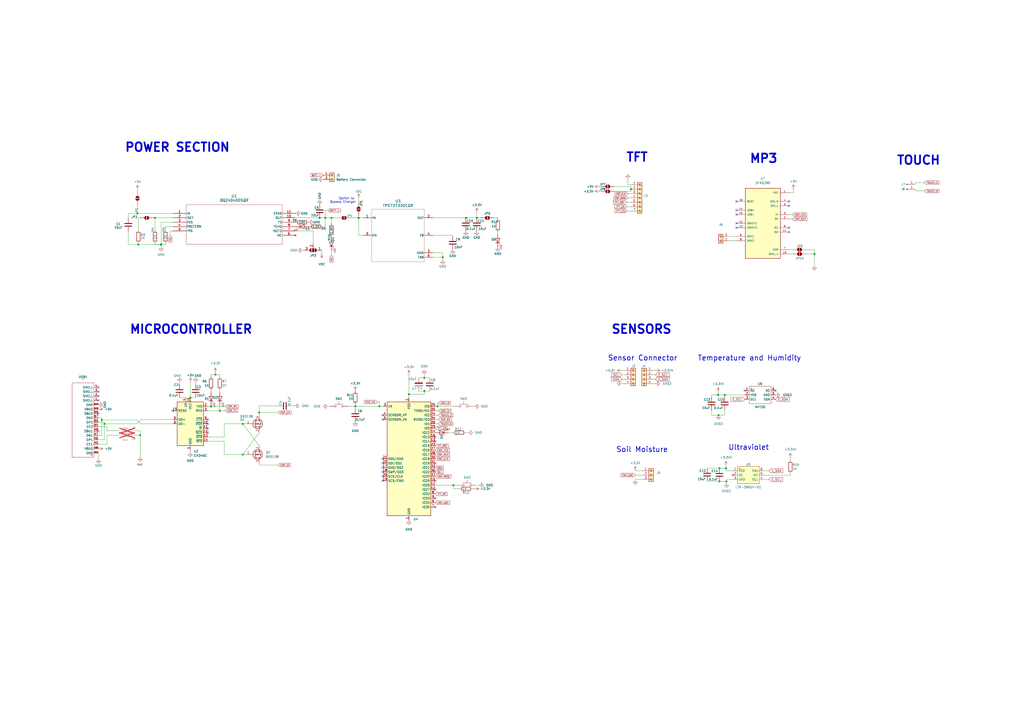
<source format=kicad_sch>
(kicad_sch (version 20250114) (generator "eeschema") (generator_version "9.0")
  (paper "A2")
  (text "Temperature and Humidity" (at 404.622 209.55 0) (effects (font (size 3 3) (thickness 0.375)) (justify left bottom)))
  (text "TOUCH" (at 519.938 96.012 0) (effects (font (size 5 5) (thickness 1) (bold yes)) (justify left bottom)))
  (text "SENSORS" (at 354.33 194.056 0) (effects (font (size 5 5) (thickness 1) (bold yes)) (justify left bottom)))
  (text "MICROCONTROLLER" (at 74.93 194.056 0) (effects (font (size 5 5) (thickness 1) (bold yes)) (justify left bottom)))
  (text "MP3" (at 434.594 94.996 0) (effects (font (size 5 5) (thickness 1) (bold yes)) (justify left bottom)))
  (text "Sensor Connector" (at 352.552 209.55 0) (effects (font (size 3 3) (thickness 0.375)) (justify left bottom)))
  (text "Soil Moisture" (at 357.378 262.636 0) (effects (font (size 3 3) (thickness 0.375)) (justify left bottom)))
  (text "TFT" (at 362.966 94.234 0) (effects (font (size 5 5) (thickness 1) (bold yes)) (justify left bottom)))
  (text "POWER SECTION" (at 72.136 88.5008 0) (effects (font (size 5 5) (thickness 1) (bold yes)) (justify left bottom)))
  (text "Option to \nBypass Charger" (at 206.502 116.205 0) (effects (font (size 1.27 1.27)) (justify right)))
  (text "Ultraviolet" (at 422.402 261.366 0) (effects (font (size 3 3) (thickness 0.375)) (justify left bottom)))
  (junction (at 59.0143 243.6477))
  (junction (at 192.278 126.3982))
  (junction (at 93.472 141.8966))
  (junction (at 256.794 149.225))
  (junction (at 276.606 126.365))
  (junction (at 246.126 219.202))
  (junction (at 263.0179 281.432))
  (junction (at 253.746 235.712))
  (junction (at 416.814 240.792))
  (junction (at 208.026 126.365))
  (junction (at 80.264 141.8408))
  (junction (at 89.916 126.365))
  (junction (at 93.472 141.8345))
  (junction (at 421.132 271.653))
  (junction (at 60.5659 245.8816))
  (junction (at 220.091 235.712))
  (junction (at 185.42 126.365))
  (junction (at 122.428 235.712))
  (junction (at 206.121 235.712))
  (junction (at 140.843 263.652))
  (junction (at 188.722 126.365))
  (junction (at 421.386 279.273))
  (junction (at 417.322 279.273))
  (junction (at 472.44 147.32))
  (junction (at 140.843 245.872))
  (junction (at 79.756 123.825))
  (junction (at 366.014 109.728))
  (junction (at 417.322 271.653))
  (junction (at 208.026 126.3982))
  (junction (at 246.126 226.822))
  (junction (at 93.472 141.8408))
  (junction (at 150.368 239.268))
  (junction (at 270.256 126.365))
  (junction (at 110.49 230.632))
  (junction (at 124.968 217.297))
  (junction (at 416.56 229.108))
  (junction (at 81.3195 252.4746))
  (junction (at 420.37 229.108))
  (junction (at 127.508 238.252))
  (junction (at 237.236 228.727))
  (no_connect (at 120.523 245.872))
  (no_connect (at 252.476 253.492))
  (no_connect (at 221.996 278.892))
  (no_connect (at 457.708 116.84))
  (no_connect (at 221.996 271.272))
  (no_connect (at 457.708 134.62))
  (no_connect (at 425.196 275.59))
  (no_connect (at 427.228 124.46))
  (no_connect (at 252.476 256.032))
  (no_connect (at 252.476 268.732))
  (no_connect (at 221.996 266.192))
  (no_connect (at 432.054 226.568))
  (no_connect (at 252.476 283.972))
  (no_connect (at 252.476 278.892))
  (no_connect (at 252.476 294.132))
  (no_connect (at 427.228 129.54))
  (no_connect (at 120.523 248.412))
  (no_connect (at 221.996 268.732))
  (no_connect (at 57.0394 239.9102))
  (no_connect (at 449.834 226.568))
  (no_connect (at 57.0394 229.7502))
  (no_connect (at 427.228 132.08))
  (no_connect (at 457.708 119.38))
  (no_connect (at 120.523 250.952))
  (no_connect (at 221.996 273.812))
  (no_connect (at 57.0394 250.0702))
  (no_connect (at 57.0394 224.6702))
  (no_connect (at 457.708 132.08))
  (no_connect (at 221.996 240.792))
  (no_connect (at 252.476 289.052))
  (no_connect (at 427.228 116.84))
  (no_connect (at 57.0394 227.2102))
  (no_connect (at 427.228 121.92))
  (no_connect (at 221.996 243.332))
  (no_connect (at 221.996 276.352))
  (no_connect (at 100.203 238.252))
  (no_connect (at 120.523 243.332))
  (no_connect (at 57.0394 232.2902))
  (wire (pts (xy 195.8001 126.3982) (xy 192.278 126.3982)))
  (wire (pts (xy 57.15 266.192) (xy 57.15 262.7702)))
  (wire (pts (xy 425.196 278.13) (xy 421.386 278.13)))
  (wire (pts (xy 458.47 274.574) (xy 458.47 275.59)))
  (wire (pts (xy 460.248 111.76) (xy 457.708 111.76)))
  (wire (pts (xy 410.21 271.526) (xy 417.322 271.526)))
  (wire (pts (xy 188.722 122.047) (xy 188.722 126.365)))
  (wire (pts (xy 110.363 261.112) (xy 110.363 262.382)))
  (wire (pts (xy 276.606 126.365) (xy 278.892 126.365)))
  (wire (pts (xy 252.476 281.432) (xy 263.0179 281.432)))
  (wire (pts (xy 266.6132 283.5183) (xy 263.0179 283.5183)))
  (wire (pts (xy 192.278 126.3982) (xy 192.278 129.667)))
  (wire (pts (xy 421.132 271.653) (xy 421.132 273.05)))
  (wire (pts (xy 208.026 136.525) (xy 208.026 126.3982)))
  (wire (pts (xy 169.037 235.458) (xy 170.942 235.458)))
  (wire (pts (xy 276.606 123.317) (xy 276.606 126.365)))
  (wire (pts (xy 275.336 235.712) (xy 274.066 235.712)))
  (wire (pts (xy 60.5659 244.9902) (xy 57.0394 244.9902)))
  (wire (pts (xy 150.368 235.458) (xy 150.368 239.268)))
  (wire (pts (xy 251.206 136.525) (xy 262.636 136.525)))
  (wire (pts (xy 95.4266 243.3594) (xy 81.6653 243.3594)))
  (wire (pts (xy 96.012 141.097) (xy 96.012 141.8345)))
  (wire (pts (xy 368.554 278.384) (xy 368.554 278.13)))
  (wire (pts (xy 74.422 141.8408) (xy 80.264 141.8408)))
  (wire (pts (xy 62.063 257.6902) (xy 62.063 252.4746)))
  (wire (pts (xy 190.246 235.712) (xy 191.516 235.712)))
  (wire (pts (xy 150.368 250.952) (xy 140.843 263.652)))
  (wire (pts (xy 95.4266 245.872) (xy 95.4266 245.8994)))
  (wire (pts (xy 57.0394 255.1502) (xy 60.5659 255.1502)))
  (wire (pts (xy 220.091 233.172) (xy 220.091 235.712)))
  (wire (pts (xy 96.012 131.445) (xy 96.012 133.477)))
  (wire (pts (xy 256.794 149.225) (xy 256.794 150.749)))
  (wire (pts (xy 360.68 214.884) (xy 362.204 214.884)))
  (wire (pts (xy 356.362 108.204) (xy 366.014 108.204)))
  (wire (pts (xy 252.476 240.792) (xy 254.254 240.792)))
  (wire (pts (xy 417.322 279.146) (xy 417.322 279.273)))
  (wire (pts (xy 420.37 229.108) (xy 420.37 230.251)))
  (wire (pts (xy 171.45 126.365) (xy 185.42 126.365)))
  (wire (pts (xy 104.14 230.632) (xy 107.823 230.632)))
  (wire (pts (xy 218.821 233.172) (xy 220.091 233.172)))
  (wire (pts (xy 120.523 253.492) (xy 130.048 253.492)))
  (wire (pts (xy 81.3195 252.4746) (xy 81.3195 265.1746)) (stroke (width 0.1524)))
  (wire (pts (xy 95.4266 243.332) (xy 95.4266 243.3594)))
  (wire (pts (xy 467.614 144.78) (xy 472.44 144.78)))
  (wire (pts (xy 93.472 141.8966) (xy 93.472 143.129)))
  (wire (pts (xy 421.386 278.13) (xy 421.386 279.273)))
  (wire (pts (xy 208.026 126.365) (xy 210.566 126.365)))
  (wire (pts (xy 364.236 114.808) (xy 366.014 114.808)))
  (wire (pts (xy 113.538 230.632) (xy 110.49 230.632)))
  (wire (pts (xy 368.554 275.59) (xy 372.618 275.59)))
  (wire (pts (xy 368.554 273.05) (xy 372.618 273.05)))
  (wire (pts (xy 242.951 219.202) (xy 246.126 219.202)))
  (wire (pts (xy 472.44 147.32) (xy 472.44 154.178)))
  (wire (pts (xy 380.238 219.964) (xy 378.714 219.964)))
  (wire (pts (xy 263.0179 281.432) (xy 265.8689 281.432)))
  (wire (pts (xy 59.0175 243.6445) (xy 59.0143 243.6477)))
  (wire (pts (xy 252.476 245.872) (xy 254.254 245.872)))
  (wire (pts (xy 380.238 222.504) (xy 378.714 222.504)))
  (wire (pts (xy 246.126 228.727) (xy 237.236 228.727)))
  (wire (pts (xy 80.264 141.097) (xy 80.264 141.8408)))
  (wire (pts (xy 423.164 137.16) (xy 427.228 137.16)))
  (wire (pts (xy 186.69 145.161) (xy 186.69 146.939)))
  (wire (pts (xy 150.368 258.572) (xy 140.843 245.872)))
  (wire (pts (xy 530.86 110.744) (xy 530.86 109.728)))
  (wire (pts (xy 276.0289 281.432) (xy 277.9457 281.432)))
  (wire (pts (xy 246.126 217.297) (xy 246.126 219.202)))
  (wire (pts (xy 192.278 126.365) (xy 192.278 126.3982)))
  (wire (pts (xy 81.6653 243.3594) (xy 79.1314 245.8933)))
  (wire (pts (xy 60.5776 245.8933) (xy 60.5659 245.8816)))
  (wire (pts (xy 62.063 247.5302) (xy 62.063 249.9346)))
  (wire (pts (xy 122.428 226.187) (xy 122.428 227.457)))
  (wire (pts (xy 366.014 109.728) (xy 366.014 110.998)))
  (wire (pts (xy 432.054 229.108) (xy 420.37 229.108)))
  (wire (pts (xy 364.236 112.268) (xy 366.014 112.268)))
  (wire (pts (xy 98.806 133.985) (xy 100.33 133.985)))
  (wire (pts (xy 457.708 144.78) (xy 459.994 144.78)))
  (wire (pts (xy 208.026 126.3982) (xy 208.026 126.365)))
  (wire (pts (xy 120.523 238.252) (xy 127.508 238.252)))
  (wire (pts (xy 206.121 234.442) (xy 206.121 235.712)))
  (wire (pts (xy 93.472 128.905) (xy 93.472 141.8345)))
  (wire (pts (xy 62.063 252.4746) (xy 68.6195 252.4746)))
  (wire (pts (xy 89.916 126.365) (xy 89.916 133.477)))
  (wire (pts (xy 140.843 263.652) (xy 142.748 263.652)))
  (wire (pts (xy 98.806 136.525) (xy 98.806 133.985)))
  (wire (pts (xy 417.322 271.653) (xy 421.132 271.653)))
  (wire (pts (xy 130.048 263.652) (xy 140.843 263.652)))
  (wire (pts (xy 360.68 222.504) (xy 362.204 222.504)))
  (wire (pts (xy 127.508 226.187) (xy 127.508 227.457)))
  (wire (pts (xy 530.86 105.918) (xy 530.86 106.934)))
  (wire (pts (xy 251.206 146.685) (xy 256.794 146.685)))
  (wire (pts (xy 417.322 271.526) (xy 417.322 271.653)))
  (wire (pts (xy 78.7795 249.9346) (xy 81.3195 249.9346)) (stroke (width 0.1524)))
  (wire (pts (xy 206.121 235.712) (xy 220.091 235.712)))
  (wire (pts (xy 254.381 233.807) (xy 253.746 233.807)))
  (wire (pts (xy 150.368 269.748) (xy 161.417 269.748)))
  (wire (pts (xy 237.236 217.297) (xy 237.236 228.727)))
  (wire (pts (xy 81.6044 245.8994) (xy 79.3495 243.6445)))
  (wire (pts (xy 192.278 145.415) (xy 192.278 148.209)))
  (wire (pts (xy 286.512 126.365) (xy 288.798 126.365)))
  (wire (pts (xy 59.0143 242.4502) (xy 57.0394 242.4502)))
  (wire (pts (xy 380.238 217.424) (xy 378.714 217.424)))
  (wire (pts (xy 242.951 226.822) (xy 246.126 226.822)))
  (wire (pts (xy 206.121 235.712) (xy 206.121 236.982)))
  (wire (pts (xy 150.368 239.268) (xy 161.417 239.268)))
  (wire (pts (xy 446.024 278.13) (xy 442.976 278.13)))
  (wire (pts (xy 446.024 273.05) (xy 442.976 273.05)))
  (wire (pts (xy 253.746 235.712) (xy 252.476 235.712)))
  (wire (pts (xy 237.236 228.727) (xy 237.236 230.632)))
  (wire (pts (xy 122.428 218.567) (xy 122.428 217.297)))
  (wire (pts (xy 420.37 229.108) (xy 416.56 229.108)))
  (wire (pts (xy 188.722 126.365) (xy 192.278 126.365)))
  (wire (pts (xy 181.61 133.985) (xy 171.45 133.985)))
  (wire (pts (xy 457.708 147.32) (xy 459.994 147.32)))
  (wire (pts (xy 57.0394 257.6902) (xy 62.063 257.6902)))
  (wire (pts (xy 95.4266 245.8994) (xy 81.6044 245.8994)))
  (wire (pts (xy 130.048 245.872) (xy 140.843 245.872)))
  (wire (pts (xy 104.14 221.742) (xy 104.14 223.012)))
  (wire (pts (xy 288.798 126.365) (xy 288.798 126.873)))
  (wire (pts (xy 246.126 226.822) (xy 246.126 228.727)))
  (wire (pts (xy 81.3195 249.9346) (xy 81.3195 252.4746)) (stroke (width 0.1524)))
  (wire (pts (xy 457.708 124.46) (xy 459.74 124.46)))
  (wire (pts (xy 363.728 119.888) (xy 366.014 119.888)))
  (wire (pts (xy 262.636 136.525) (xy 262.636 137.033)))
  (wire (pts (xy 347.726 108.204) (xy 348.742 108.204)))
  (wire (pts (xy 380.238 214.884) (xy 378.714 214.884)))
  (wire (pts (xy 127.508 235.077) (xy 127.508 238.252)))
  (wire (pts (xy 89.916 141.8966) (xy 93.472 141.8966)))
  (wire (pts (xy 251.206 149.225) (xy 256.794 149.225)))
  (wire (pts (xy 363.474 117.348) (xy 366.014 117.348)))
  (wire (pts (xy 208.026 126.3982) (xy 203.4201 126.3982)))
  (wire (pts (xy 79.756 123.825) (xy 100.33 123.825)))
  (wire (pts (xy 150.368 239.268) (xy 150.368 240.792)))
  (wire (pts (xy 364.236 103.886) (xy 364.236 107.188)))
  (wire (pts (xy 57.0394 252.6102) (xy 59.0143 252.6102)))
  (wire (pts (xy 100.33 128.905) (xy 93.472 128.905)))
  (wire (pts (xy 122.428 235.077) (xy 122.428 235.712)))
  (wire (pts (xy 256.794 146.685) (xy 256.794 149.225)))
  (wire (pts (xy 270.256 126.365) (xy 276.606 126.365)))
  (wire (pts (xy 210.566 136.525) (xy 208.026 136.525)))
  (wire (pts (xy 190.246 122.047) (xy 188.722 122.047)))
  (wire (pts (xy 416.56 229.108) (xy 412.75 229.108)))
  (wire (pts (xy 74.422 123.825) (xy 79.756 123.825)))
  (wire (pts (xy 100.203 245.872) (xy 95.4266 245.872)))
  (wire (pts (xy 122.428 217.297) (xy 124.968 217.297)))
  (wire (pts (xy 93.472 141.8345) (xy 96.012 141.8345)))
  (wire (pts (xy 74.422 126.619) (xy 74.422 123.825)))
  (wire (pts (xy 100.33 126.365) (xy 89.916 126.365)))
  (wire (pts (xy 175.514 145.161) (xy 176.53 145.161)))
  (wire (pts (xy 467.614 147.32) (xy 472.44 147.32)))
  (wire (pts (xy 536.194 110.744) (xy 530.86 110.744)))
  (wire (pts (xy 79.1314 245.8933) (xy 60.5776 245.8933)))
  (wire (pts (xy 188.722 131.445) (xy 188.722 126.365)))
  (wire (pts (xy 60.5659 245.8816) (xy 60.5659 244.9902)))
  (wire (pts (xy 423.164 139.7) (xy 427.228 139.7)))
  (wire (pts (xy 110.49 230.632) (xy 110.363 230.632)))
  (wire (pts (xy 181.61 141.351) (xy 181.61 133.985)))
  (wire (pts (xy 260.096 250.952) (xy 262.636 250.952)))
  (wire (pts (xy 59.0143 243.6477) (xy 59.0143 252.6102)))
  (wire (pts (xy 122.428 235.712) (xy 130.683 235.712)))
  (wire (pts (xy 120.523 256.032) (xy 130.048 256.032)))
  (wire (pts (xy 130.048 256.032) (xy 130.048 263.652)))
  (wire (pts (xy 368.554 278.13) (xy 372.618 278.13)))
  (wire (pts (xy 93.472 141.8345) (xy 93.472 141.8408)))
  (wire (pts (xy 246.126 226.822) (xy 249.301 226.822)))
  (wire (pts (xy 187.198 131.445) (xy 188.722 131.445)))
  (wire (pts (xy 100.203 243.332) (xy 95.4266 243.332)))
  (wire (pts (xy 57.15 262.7702) (xy 57.0394 262.7702)))
  (wire (pts (xy 124.968 216.027) (xy 124.968 217.297)))
  (wire (pts (xy 364.236 107.188) (xy 366.014 107.188)))
  (wire (pts (xy 347.726 110.998) (xy 348.742 110.998)))
  (wire (pts (xy 79.756 118.872) (xy 79.756 123.825)))
  (wire (pts (xy 80.264 126.365) (xy 81.28 126.365)))
  (wire (pts (xy 246.126 219.202) (xy 249.301 219.202)))
  (wire (pts (xy 460.248 109.728) (xy 460.248 111.76)))
  (wire (pts (xy 253.746 233.807) (xy 253.746 235.712)))
  (wire (pts (xy 127.508 238.252) (xy 130.683 238.252)))
  (wire (pts (xy 536.194 105.918) (xy 530.86 105.918)))
  (wire (pts (xy 252.476 243.332) (xy 254.381 243.332)))
  (wire (pts (xy 100.33 131.445) (xy 96.012 131.445)))
  (wire (pts (xy 410.21 279.146) (xy 417.322 279.146)))
  (wire (pts (xy 360.68 217.424) (xy 362.204 217.424)))
  (wire (pts (xy 458.47 265.43) (xy 458.47 266.954)))
  (wire (pts (xy 412.75 240.792) (xy 416.814 240.792)))
  (wire (pts (xy 412.75 229.108) (xy 412.75 230.251)))
  (wire (pts (xy 208.026 114.935) (xy 208.026 117.475)))
  (wire (pts (xy 150.368 269.748) (xy 150.368 268.732)))
  (wire (pts (xy 274.2332 283.5183) (xy 275.2492 283.5183)))
  (wire (pts (xy 472.44 144.78) (xy 472.44 147.32)))
  (wire (pts (xy 220.091 235.712) (xy 221.996 235.712)))
  (wire (pts (xy 80.264 133.477) (xy 80.264 126.365)))
  (wire (pts (xy 93.472 141.8408) (xy 93.472 141.8966)))
  (wire (pts (xy 79.756 109.982) (xy 79.756 111.252)))
  (wire (pts (xy 263.0179 283.5183) (xy 263.0179 281.432)))
  (wire (pts (xy 161.417 235.458) (xy 150.368 235.458)))
  (wire (pts (xy 417.322 279.273) (xy 421.386 279.273)))
  (wire (pts (xy 192.278 137.795) (xy 192.278 137.287)))
  (wire (pts (xy 59.0143 242.4502) (xy 59.0143 243.6477)))
  (wire (pts (xy 179.07 131.445) (xy 179.578 131.445)))
  (wire (pts (xy 89.916 141.097) (xy 89.916 141.8966)))
  (wire (pts (xy 420.37 237.871) (xy 420.37 240.792)))
  (wire (pts (xy 420.37 240.792) (xy 416.814 240.792)))
  (wire (pts (xy 62.063 249.9346) (xy 68.6195 249.9346)))
  (wire (pts (xy 412.75 237.871) (xy 412.75 240.792)))
  (wire (pts (xy 79.3495 243.6445) (xy 59.0175 243.6445)))
  (wire (pts (xy 110.49 221.742) (xy 110.49 230.632)))
  (wire (pts (xy 113.538 223.012) (xy 113.538 221.742)))
  (wire (pts (xy 251.206 126.365) (xy 270.256 126.365)))
  (wire (pts (xy 356.362 110.998) (xy 366.014 110.998)))
  (wire (pts (xy 421.132 270.129) (xy 421.132 271.653)))
  (wire (pts (xy 201.676 235.712) (xy 206.121 235.712)))
  (wire (pts (xy 270.256 250.952) (xy 271.526 250.952)))
  (wire (pts (xy 80.264 141.8408) (xy 93.472 141.8408)))
  (wire (pts (xy 130.048 245.872) (xy 130.048 253.492)))
  (wire (pts (xy 120.523 235.712) (xy 122.428 235.712)))
  (wire (pts (xy 124.968 217.297) (xy 127.508 217.297)))
  (wire (pts (xy 252.476 238.252) (xy 254.381 238.252)))
  (wire (pts (xy 457.708 127) (xy 459.74 127)))
  (wire (pts (xy 288.798 134.493) (xy 288.798 135.763)))
  (wire (pts (xy 360.68 219.964) (xy 362.204 219.964)))
  (wire (pts (xy 57.0394 247.5302) (xy 62.063 247.5302)))
  (wire (pts (xy 421.386 279.273) (xy 421.386 280.289)))
  (wire (pts (xy 458.47 275.59) (xy 442.976 275.59)))
  (wire (pts (xy 60.5659 245.8816) (xy 60.5659 255.1502)))
  (wire (pts (xy 140.843 245.872) (xy 142.748 245.872)))
  (wire (pts (xy 127.508 217.297) (xy 127.508 218.567)))
  (wire (pts (xy 78.7795 252.4746) (xy 81.3195 252.4746)) (stroke (width 0.1524)))
  (wire (pts (xy 88.9 126.365) (xy 89.916 126.365)))
  (wire (pts (xy 263.906 235.712) (xy 253.746 235.712)))
  (wire (pts (xy 74.422 134.239) (xy 74.422 141.8408)))
  (wire (pts (xy 416.56 227.457) (xy 416.56 229.108)))
  (wire (pts (xy 366.014 108.204) (xy 366.014 109.728)))
  (wire (pts (xy 208.026 125.095) (xy 208.026 126.365)))
  (wire (pts (xy 363.728 122.428) (xy 366.014 122.428)))
  (wire (pts (xy 185.42 126.365) (xy 188.722 126.365)))
  (wire (pts (xy 425.196 273.05) (xy 421.132 273.05)))
  (global_label "ESP_RX2" (shape input) (at 459.74 127 0) (effects (font (size 1 1))) (property "Intersheetrefs" "${INTERSHEET_REFS}" (effects (hide yes))))
  (global_label "E_SDA" (shape input) (at 380.238 219.964 0) (property "Intersheetrefs" "${INTERSHEET_REFS}" (effects (hide yes))))
  (global_label "ESP_CLK" (shape input) (at 252.476 266.192 0) (effects (font (size 1 1))) (property "Intersheetrefs" "${INTERSHEET_REFS}" (effects (hide yes))))
  (global_label "SDA" (shape input) (at 360.68 219.964 180) (property "Intersheetrefs" "${INTERSHEET_REFS}" (effects (hide yes))))
  (global_label "ESP_CLK" (shape input) (at 364.236 112.268 180) (effects (font (size 0.9 0.9))) (property "Intersheetrefs" "${INTERSHEET_REFS}" (effects (hide yes))))
  (global_label "TFT_DC" (shape input) (at 363.728 119.888 180) (effects (font (size 1 1))) (property "Intersheetrefs" "${INTERSHEET_REFS}" (effects (hide yes))))
  (global_label "TOUCH_0" (shape input) (at 254.254 245.872 0) (effects (font (size 1 1))) (property "Intersheetrefs" "${INTERSHEET_REFS}" (effects (hide yes))))
  (global_label "E_SDA" (shape input) (at 446.024 273.05 0) (property "Intersheetrefs" "${INTERSHEET_REFS}" (effects (hide yes))))
  (global_label "ESP_RX" (shape input) (at 130.683 235.712 0) (effects (font (size 1 1))) (property "Intersheetrefs" "${INTERSHEET_REFS}" (effects (hide yes))))
  (global_label "E_SCL" (shape input) (at 432.054 231.648 180) (property "Intersheetrefs" "${INTERSHEET_REFS}" (effects (hide yes))))
  (global_label "SDA" (shape input) (at 252.476 271.272 0) (effects (font (size 1 1))) (property "Intersheetrefs" "${INTERSHEET_REFS}" (effects (hide yes))))
  (global_label "TOUCH_0" (shape input) (at 536.194 110.744 0) (effects (font (size 1 1))) (property "Intersheetrefs" "${INTERSHEET_REFS}" (effects (hide yes))))
  (global_label "ESP_MOSI" (shape input) (at 252.476 276.352 0) (effects (font (size 1 1))) (property "Intersheetrefs" "${INTERSHEET_REFS}" (effects (hide yes))))
  (global_label "ESP_EN" (shape input) (at 161.417 239.268 0) (effects (font (size 1 1))) (property "Intersheetrefs" "${INTERSHEET_REFS}" (effects (hide yes))))
  (global_label "TFT_CS" (shape input) (at 252.476 248.412 0) (effects (font (size 1 1))) (property "Intersheetrefs" "${INTERSHEET_REFS}" (effects (hide yes))))
  (global_label "TOUCH_2" (shape input) (at 254.254 240.792 0) (effects (font (size 1 1))) (property "Intersheetrefs" "${INTERSHEET_REFS}" (effects (hide yes))))
  (global_label "ESP_RX2" (shape input) (at 252.476 263.652 0) (effects (font (size 1 1))) (property "Intersheetrefs" "${INTERSHEET_REFS}" (effects (hide yes))))
  (global_label "PG" (shape input) (at 192.278 148.209 270) (effects (font (size 1 1))) (property "Intersheetrefs" "${INTERSHEET_REFS}" (effects (hide yes))))
  (global_label "TFT_RST" (shape input) (at 363.474 117.348 180) (effects (font (size 1 1))) (property "Intersheetrefs" "${INTERSHEET_REFS}" (effects (hide yes))))
  (global_label "E_SCL" (shape input) (at 380.238 217.424 0) (property "Intersheetrefs" "${INTERSHEET_REFS}" (effects (hide yes))))
  (global_label "ESP_ADC" (shape input) (at 368.554 275.59 180) (effects (font (size 1 1))) (property "Intersheetrefs" "${INTERSHEET_REFS}" (effects (hide yes))))
  (global_label "ESP_RX" (shape input) (at 254.381 243.332 0) (effects (font (size 1 1))) (property "Intersheetrefs" "${INTERSHEET_REFS}" (effects (hide yes))))
  (global_label "ESP_TX" (shape input) (at 254.381 238.252 0) (effects (font (size 1 1))) (property "Intersheetrefs" "${INTERSHEET_REFS}" (effects (hide yes))))
  (global_label "SCL" (shape input) (at 360.68 217.424 180) (property "Intersheetrefs" "${INTERSHEET_REFS}" (effects (hide yes))))
  (global_label "PG" (shape input) (at 98.806 136.525 270) (effects (font (size 1 1))) (property "Intersheetrefs" "${INTERSHEET_REFS}" (effects (hide yes))))
  (global_label "ESP_TX" (shape input) (at 130.683 238.252 0) (effects (font (size 1 1))) (property "Intersheetrefs" "${INTERSHEET_REFS}" (effects (hide yes))))
  (global_label "ESP_MOSI" (shape input) (at 364.236 114.808 180) (effects (font (size 0.9 0.9))) (property "Intersheetrefs" "${INTERSHEET_REFS}" (effects (hide yes))))
  (global_label "BATT +" (shape input) (at 190.246 122.047 0) (effects (font (size 1 1))) (property "Intersheetrefs" "${INTERSHEET_REFS}" (effects (hide yes))))
  (global_label "ESP_I0" (shape input) (at 161.417 269.748 0) (effects (font (size 1 1))) (property "Intersheetrefs" "${INTERSHEET_REFS}" (effects (hide yes))))
  (global_label "E_SDA" (shape input) (at 449.834 231.648 0) (property "Intersheetrefs" "${INTERSHEET_REFS}" (effects (hide yes))))
  (global_label "E_SCL" (shape input) (at 446.024 278.13 0) (property "Intersheetrefs" "${INTERSHEET_REFS}" (effects (hide yes))))
  (global_label "ESP_EN" (shape input) (at 218.821 233.172 180) (effects (font (size 1 1))) (property "Intersheetrefs" "${INTERSHEET_REFS}" (effects (hide yes))))
  (global_label "ESP_TX2" (shape input) (at 459.74 124.46 0) (effects (font (size 1 1))) (property "Intersheetrefs" "${INTERSHEET_REFS}" (effects (hide yes))))
  (global_label "ESP_I0" (shape input) (at 254.381 233.807 0) (effects (font (size 1 1))) (property "Intersheetrefs" "${INTERSHEET_REFS}" (effects (hide yes))))
  (global_label "SCL" (shape input) (at 252.476 273.812 0) (effects (font (size 1 1))) (property "Intersheetrefs" "${INTERSHEET_REFS}" (effects (hide yes))))
  (global_label "TOUCH_2" (shape input) (at 536.194 105.918 0) (effects (font (size 1 1))) (property "Intersheetrefs" "${INTERSHEET_REFS}" (effects (hide yes))))
  (global_label "TFT_DC" (shape input) (at 252.476 286.512 0) (effects (font (size 1 1))) (property "Intersheetrefs" "${INTERSHEET_REFS}" (effects (hide yes))))
  (global_label "TFT_CS" (shape input) (at 363.728 122.428 180) (effects (font (size 1 1))) (property "Intersheetrefs" "${INTERSHEET_REFS}" (effects (hide yes))))
  (global_label "BATT +" (shape input) (at 187.452 101.6 180) (effects (font (size 1 1))) (property "Intersheetrefs" "${INTERSHEET_REFS}" (effects (hide yes))))
  (global_label "ESP_ADC" (shape input) (at 252.476 291.592 0) (effects (font (size 1 1))) (property "Intersheetrefs" "${INTERSHEET_REFS}" (effects (hide yes))))
  (global_label "ESP_TX2" (shape input) (at 252.476 261.112 0) (effects (font (size 1 1))) (property "Intersheetrefs" "${INTERSHEET_REFS}" (effects (hide yes))))
  (global_label "TFT_RST" (shape input) (at 252.476 258.572 0) (effects (font (size 1 1))) (property "Intersheetrefs" "${INTERSHEET_REFS}" (effects (hide yes))))
  (symbol (lib_id "Device:R") (at 89.916 137.287 0) (unit 1)
    (property "Reference" "R4" (at 88.646 134.493 90) (effects (justify left)))
    (property "Value" "1K" (at 89.916 138.811 90) (effects (justify left)))
    (property "Footprint" "Resistor_SMD:R_0603_1608Metric_Pad0.98x0.95mm_HandSolder" (effects (hide yes)))
    (property "Description" "Resistor" (effects (hide yes)))
    (property "LCSC" "C21190" (effects (hide yes)))
  )
  (symbol (lib_id "Device:C") (at 270.256 130.175 180) (unit 1)
    (property "Reference" "C10" (at 274.574 128.143 0) (effects (justify left)))
    (property "Value" "0.1uF" (at 275.971 132.715 0) (effects (justify left)))
    (property "Footprint" "Capacitor_SMD:C_0805_2012Metric_Pad1.18x1.45mm_HandSolder" (effects (hide yes)))
    (property "LCSC" "C49678" (effects (hide yes)))
  )
  (symbol (lib_id "Project_Symbols:AHT20_C2757850") (at 440.944 229.108 0) (unit 1)
    (property "Reference" "U6" (at 440.944 222.631 0))
    (property "Value" "AHT20" (at 440.944 236.093 0))
    (property "Footprint" "tanimoji:SENSOR-SMD_L3.0-W3.0-P1.00-BR" (effects (hide yes)))
    (property "Datasheet" "https://item.szlcsc.com/datasheet/AHT20/2874650.html" (effects (hide yes)))
    (property "Manufacturer Part" "AHT20" (effects (hide yes)))
    (property "Manufacturer" "广州奥松" (effects (hide yes)))
    (property "Supplier Part" "C2757850" (effects (hide yes)))
    (property "Supplier" "LCSC" (effects (hide yes)))
    (property "LCSC Part Name" "AHT20" (effects (hide yes)))
    (property "LCSC" "C2757850" (effects (hide yes)))
  )
  (symbol (lib_id "power:GND") (at 271.526 250.952 90) (unit 1)
    (property "Reference" "#PWR029" (effects (hide yes)))
    (property "Value" "GND" (at 275.59 250.9519 90) (effects (justify right)))
    (property "Description" "Power symbol creates a global label with name \"GND\" , ground" (effects (hide yes)))
  )
  (symbol (lib_id "power:+3.3VA") (at 421.132 270.129 0) (unit 1)
    (property "Reference" "#PWR047" (effects (hide yes)))
    (property "Value" "+3.3VA" (at 421.132 265.303 0))
    (property "Description" "Power symbol creates a global label with name \"+3.3VA\"" (effects (hide yes)))
  )
  (symbol (lib_id "power:GND") (at 360.68 222.504 270) (unit 1)
    (property "Reference" "#PWR039" (effects (hide yes)))
    (property "Value" "GND" (effects (hide yes)))
    (property "Description" "Power symbol creates a global label with name \"GND\" , ground" (effects (hide yes)))
  )
  (symbol (lib_id "Jumper:SolderJumper_2_Open") (at 282.702 126.365 0) (unit 1)
    (property "Reference" "JP6" (at 282.702 123.825 0))
    (property "Value" "SolderJumper_2_Open" (effects (hide yes)))
    (property "Footprint" "Jumper:SolderJumper-2_P1.3mm_Open_RoundedPad1.0x1.5mm" (effects (hide yes)))
    (property "Description" "Solder Jumper, 2-pole, open" (effects (hide yes)))
  )
  (symbol (lib_name "+5V_1") (lib_id "power:+5V") (at 460.248 109.728 0) (unit 1)
    (property "Reference" "#PWR051" (effects (hide yes)))
    (property "Value" "+5V" (at 460.248 105.156 0))
    (property "Description" "Power symbol creates a global label with name \"+5V\"" (effects (hide yes)))
  )
  (symbol (lib_id "power:VDC") (at 208.026 114.935 0) (unit 1)
    (property "Reference" "#PWR022" (effects (hide yes)))
    (property "Value" "VDC" (at 208.026 111.125 0))
    (property "Description" "Power symbol creates a global label with name \"VDC\"" (effects (hide yes)))
  )
  (symbol (lib_id "tanimoji:LTR-390UV-01") (at 434.086 275.59 0) (unit 1)
    (property "Reference" "U5" (at 434.086 269.367 0))
    (property "Value" "LTR-390UV-01" (at 434.086 282.575 0))
    (property "Footprint" "tanimoji:SENSOR-SMD_LTR-390UV-01" (effects (hide yes)))
    (property "Datasheet" "https://lcsc.com/product-detail/Ambient-Light-Sensors_Lite-On-LTR-390UV-01_C492374.html" (effects (hide yes)))
    (property "LCSC Part" "C492374" (effects (hide yes)))
    (property "LCSC" "C492374" (effects (hide yes)))
  )
  (symbol (lib_id "power:GND") (at 175.514 145.161 270) (unit 1)
    (property "Reference" "#PWR014" (effects (hide yes)))
    (property "Value" "GND" (at 172.466 145.161 90) (effects (justify right)))
    (property "Description" "Power symbol creates a global label with name \"GND\" , ground" (effects (hide yes)))
  )
  (symbol (lib_id "Switch:SW_Push") (at 268.986 235.712 0) (unit 1)
    (property "Reference" "SW2" (at 268.986 231.267 0))
    (property "Value" "SW_Push" (effects (hide yes)))
    (property "Footprint" "Button_Switch_SMD:SW_Tactile_SPST_NO_Straight_CK_PTS636Sx25SMTRLFS" (effects (hide yes)))
    (property "LCSC" "C2689642" (effects (hide yes)))
  )
  (symbol (lib_id "Device:C") (at 113.538 226.822 180) (unit 1)
    (property "Reference" "C3" (at 116.586 224.536 0) (effects (justify left)))
    (property "Value" "10uF" (at 118.872 229.362 0) (effects (justify left)))
    (property "Footprint" "Capacitor_SMD:C_0805_2012Metric_Pad1.18x1.45mm_HandSolder" (effects (hide yes)))
    (property "LCSC" "C15850" (effects (hide yes)))
  )
  (symbol (lib_id "Device:C") (at 185.42 122.555 0) (unit 1)
    (property "Reference" "C5" (at 182.372 120.523 0) (effects (justify left)))
    (property "Value" "10uF" (at 180.34 124.841 0) (effects (justify left)))
    (property "Footprint" "Capacitor_SMD:C_0805_2012Metric_Pad1.18x1.45mm_HandSolder" (effects (hide yes)))
    (property "Description" "Unpolarized capacitor" (effects (hide yes)))
    (property "LCSC" "C15850" (effects (hide yes)))
  )
  (symbol (lib_id "Device:R") (at 175.26 128.905 90) (unit 1)
    (property "Reference" "R8" (at 170.942 127.889 90))
    (property "Value" "10K" (at 175.26 128.905 90))
    (property "Footprint" "Resistor_SMD:R_0603_1608Metric_Pad0.98x0.95mm_HandSolder" (effects (hide yes)))
    (property "Description" "Resistor" (effects (hide yes)))
    (property "LCSC" "C25804" (effects (hide yes)))
  )
  (symbol (lib_id "Switch:SW_Push") (at 270.9489 281.432 0) (unit 1)
    (property "Reference" "SW3" (at 270.9489 276.987 0))
    (property "Value" "SW_Push" (effects (hide yes)))
    (property "Footprint" "Button_Switch_THT:SW_PUSH_6mm_H9.5mm" (effects (hide yes)))
    (property "LCSC" "C2689642" (effects (hide yes)))
  )
  (symbol (lib_id "power:GND") (at 206.121 244.602 0) (unit 1)
    (property "Reference" "#PWR021" (effects (hide yes)))
    (property "Value" "GND" (at 206.121 249.936 0))
    (property "Description" "Power symbol creates a global label with name \"GND\" , ground" (effects (hide yes)))
  )
  (symbol (lib_id "2024-09-10_13-19-56:BQ24040DSQR") (at 100.33 123.825 0) (unit 1)
    (property "Reference" "U1" (at 135.89 113.665 0) (effects (font (size 1.524 1.524))))
    (property "Value" "BQ24040DSQR" (at 135.89 116.205 0) (effects (font (size 1.524 1.524))))
    (property "Footprint" "tanimoji:WSON-10_L2.0-W2.0-P0.40-BL-EP" (effects (hide yes)))
    (property "Datasheet" "BQ24040DSQR" (effects (hide yes)))
    (property "LCSC" "C81080" (effects (hide yes)))
  )
  (symbol (lib_id "Device:C") (at 104.14 226.822 180) (unit 1)
    (property "Reference" "C2" (at 103.632 223.266 0) (effects (justify left)))
    (property "Value" "0.1uF" (at 103.505 229.362 0) (effects (justify left)))
    (property "Footprint" "Capacitor_SMD:C_0805_2012Metric_Pad1.18x1.45mm_HandSolder" (effects (hide yes)))
    (property "LCSC" "C49678" (effects (hide yes)))
  )
  (symbol (lib_id "power:GND") (at 237.236 301.752 0) (unit 1)
    (property "Reference" "#PWR024" (effects (hide yes)))
    (property "Value" "GND" (at 237.236 307.086 0))
    (property "Description" "Power symbol creates a global label with name \"GND\" , ground" (effects (hide yes)))
  )
  (symbol (lib_id "Connector:Screw_Terminal_01x02") (at 418.084 139.7 180) (unit 1)
    (property "Reference" "J6" (at 418.084 130.302 0))
    (property "Value" "Screw_Terminal_01x02" (effects (hide yes)))
    (property "Footprint" "Connector_JST:JST_XH_B2B-XH-AM_1x02_P2.50mm_Vertical" (effects (hide yes)))
    (property "Description" "Generic screw terminal, single row, 01x02, script generated (kicad-library-utils/schlib/autogen/connector/)" (effects (hide yes)))
  )
  (symbol (lib_id "Jumper:SolderJumper_3_Open") (at 181.61 145.161 180) (unit 1)
    (property "Reference" "JP3" (at 181.61 148.209 0))
    (property "Value" "SolderJumper_3_Open" (effects (hide yes)))
    (property "Footprint" "Jumper:SolderJumper-3_P1.3mm_Open_RoundedPad1.0x1.5mm" (effects (hide yes)))
    (property "Description" "Solder Jumper, 3-pole, open" (effects (hide yes)))
  )
  (symbol (lib_id "picoclick_c3_v1.1-eagle-import:R0402") (at 73.6995 252.4746 0) (unit 1) (dnp yes)
    (property "Reference" "R2" (at 76.722 255.2394 0) (effects (font (size 0.9 0.9)) (justify left bottom)))
    (property "Value" "5.1k" (at 71.238 255.679 0) (effects (font (size 0.9 0.9)) (justify left bottom)))
    (property "Footprint" "Resistor_SMD:R_0603_1608Metric_Pad0.98x0.95mm_HandSolder" (effects (hide yes)))
    (property "LCSC" "C103079" (effects (hide yes)))
  )
  (symbol (lib_id "Device:LED") (at 127.508 231.267 90) (unit 1)
    (property "Reference" "D2" (at 123.698 230.632 90) (effects (justify right)))
    (property "Value" "LED" (effects (hide yes)))
    (property "Footprint" "LED_SMD:LED_0805_2012Metric_Pad1.15x1.40mm_HandSolder" (effects (hide yes)))
    (property "LCSC" "C2297" (effects (hide yes)))
  )
  (symbol (lib_id "Device:LED") (at 175.26 131.445 0) (unit 1)
    (property "Reference" "D3" (at 178.308 132.715 0))
    (property "Value" "CHG" (effects (hide yes)))
    (property "Footprint" "LED_SMD:LED_0805_2012Metric_Pad1.15x1.40mm_HandSolder" (effects (hide yes)))
    (property "Description" "Light emitting diode" (effects (hide yes)))
    (property "LCSC" "C2286" (effects (hide yes)))
  )
  (symbol (lib_id "power:GND2") (at 416.814 240.792 0) (unit 1)
    (property "Reference" "#PWR046" (effects (hide yes)))
    (property "Value" "GND2" (at 416.814 245.872 0))
    (property "Description" "Power symbol creates a global label with name \"GND2\" , ground" (effects (hide yes)))
  )
  (symbol (lib_id "Jumper:SolderJumper_2_Open") (at 352.552 108.204 0) (unit 1)
    (property "Reference" "JP7" (at 349.504 106.934 0))
    (property "Value" "SolderJumper_2_Open" (effects (hide yes)))
    (property "Footprint" "Jumper:SolderJumper-2_P1.3mm_Open_RoundedPad1.0x1.5mm" (effects (hide yes)))
    (property "Description" "Solder Jumper, 2-pole, open" (effects (hide yes)))
  )
  (symbol (lib_id "Device:C") (at 249.301 223.012 180) (unit 1)
    (property "Reference" "C8" (at 252.476 220.472 0) (effects (justify left)))
    (property "Value" "0.1uF" (at 255.016 225.552 0) (effects (justify left)))
    (property "Footprint" "Capacitor_SMD:C_0805_2012Metric_Pad1.18x1.45mm_HandSolder" (effects (hide yes)))
    (property "LCSC" "C49678" (effects (hide yes)))
  )
  (symbol (lib_name "+5V_1") (lib_id "power:+5V") (at 79.756 109.982 0) (unit 1)
    (property "Reference" "#PWR05" (effects (hide yes)))
    (property "Value" "+5V" (at 79.756 105.41 0))
    (property "Description" "Power symbol creates a global label with name \"+5V\"" (effects (hide yes)))
  )
  (symbol (lib_id "power:GND") (at 57.15 266.192 0) (unit 1)
    (property "Reference" "#PWR04" (effects (hide yes)))
    (property "Value" "GND" (at 57.15 270.002 0))
    (property "Description" "Power symbol creates a global label with name \"GND\" , ground" (effects (hide yes)))
  )
  (symbol (lib_id "power:GND") (at 364.236 103.886 180) (unit 1)
    (property "Reference" "#PWR040" (effects (hide yes)))
    (property "Value" "GND" (effects (hide yes)))
    (property "Description" "Power symbol creates a global label with name \"GND\" , ground" (effects (hide yes)))
  )
  (symbol (lib_id "power:GND2") (at 421.386 280.289 0) (unit 1)
    (property "Reference" "#PWR048" (effects (hide yes)))
    (property "Value" "GND2" (at 421.386 284.861 0))
    (property "Description" "Power symbol creates a global label with name \"GND2\" , ground" (effects (hide yes)))
  )
  (symbol (lib_id "power:GND") (at 276.606 133.985 0) (unit 1)
    (property "Reference" "#PWR033" (effects (hide yes)))
    (property "Value" "GND" (at 276.606 137.795 0))
    (property "Description" "Power symbol creates a global label with name \"GND\" , ground" (effects (hide yes)))
  )
  (symbol (lib_id "power:GND") (at 170.942 235.458 90) (unit 1)
    (property "Reference" "#PWR012" (effects (hide yes)))
    (property "Value" "GND" (at 175.006 235.4579 90) (effects (justify right)))
    (property "Description" "Power symbol creates a global label with name \"GND\" , ground" (effects (hide yes)))
  )
  (symbol (lib_id "Device:LED") (at 192.278 141.605 90) (unit 1)
    (property "Reference" "D4" (at 193.294 138.811 0))
    (property "Value" "PGOOD" (effects (hide yes)))
    (property "Footprint" "LED_SMD:LED_0805_2012Metric_Pad1.15x1.40mm_HandSolder" (effects (hide yes)))
    (property "Description" "Light emitting diode" (effects (hide yes)))
    (property "LCSC" "C2297" (effects (hide yes)))
  )
  (symbol (lib_id "Device:C") (at 417.322 275.463 180) (unit 1)
    (property "Reference" "C14" (at 416.56 273.177 0) (effects (justify left)))
    (property "Value" "0.1uF" (at 416.56 278.003 0) (effects (justify left)))
    (property "Footprint" "Capacitor_SMD:C_0805_2012Metric_Pad1.18x1.45mm_HandSolder" (effects (hide yes)))
    (property "LCSC" "C49678" (effects (hide yes)))
  )
  (symbol (lib_id "Connector:Screw_Terminal_01x07") (at 371.094 114.808 0) (unit 1)
    (property "Reference" "J3" (at 373.38 113.5379 0) (effects (justify left)))
    (property "Value" "Screw_Terminal_01x07" (effects (hide yes)))
    (property "Footprint" "Connector_JST:JST_XH_B7B-XH-AM_1x07_P2.50mm_Vertical" (effects (hide yes)))
    (property "Description" "Generic screw terminal, single row, 01x07, script generated (kicad-library-utils/schlib/autogen/connector/)" (effects (hide yes)))
  )
  (symbol (lib_id "Device:R") (at 192.278 133.477 180) (unit 1)
    (property "Reference" "R10" (at 191.008 137.795 90))
    (property "Value" "1.5K" (at 192.278 133.477 90))
    (property "Footprint" "Resistor_SMD:R_0603_1608Metric_Pad0.98x0.95mm_HandSolder" (effects (hide yes)))
    (property "Description" "Resistor" (effects (hide yes)))
    (property "LCSC" "C22843" (effects (hide yes)))
  )
  (symbol (lib_id "Connector:Conn_01x01_Pin") (at 525.78 109.728 0) (unit 1)
    (property "Reference" "J8" (at 523.748 109.728 0))
    (property "Value" "Conn_01x01_Pin" (effects (hide yes)))
    (property "Footprint" "TestPoint:TestPoint_Loop_D2.54mm_Drill1.5mm_Beaded" (effects (hide yes)))
    (property "Description" "Generic connector, single row, 01x01, script generated" (effects (hide yes)))
  )
  (symbol (lib_id "Interface_USB:CH340C") (at 110.363 245.872 0) (unit 1)
    (property "Reference" "U2" (at 112.3824 261.747 0) (effects (justify left)))
    (property "Value" "CH340C" (at 112.3824 264.287 0) (effects (justify left)))
    (property "Footprint" "Package_SO:SOP-16_3.9x9.9mm_P1.27mm" (effects (hide yes)))
    (property "Datasheet" "https://datasheet.lcsc.com/szlcsc/Jiangsu-Qin-Heng-CH340C_C84681.pdf" (effects (hide yes)))
    (property "LCSC" "C84681" (effects (hide yes)))
  )
  (symbol (lib_id "Transistor_FET:BSS138") (at 147.828 263.652 0) (mirror x) (unit 1)
    (property "Reference" "Q2" (at 154.178 262.3819 0) (effects (justify left)))
    (property "Value" "BSS138" (at 154.178 264.9219 0) (effects (justify left)))
    (property "Footprint" "Package_TO_SOT_SMD:SOT-23" (effects (hide yes)))
    (property "Datasheet" "https://www.onsemi.com/pub/Collateral/BSS138-D.PDF" (effects (hide yes)))
    (property "LCSC" "C426569" (effects (hide yes)))
  )
  (symbol (lib_id "power:+3.3V") (at 124.968 216.027 0) (unit 1)
    (property "Reference" "#PWR011" (effects (hide yes)))
    (property "Value" "+3.3V" (at 124.968 210.693 0))
    (property "Description" "Power symbol creates a global label with name \"+3.3V\"" (effects (hide yes)))
  )
  (symbol (lib_id "power:GND") (at 187.452 104.14 270) (unit 1)
    (property "Reference" "#PWR018" (effects (hide yes)))
    (property "Value" "GND" (at 182.372 104.14 90))
    (property "Description" "Power symbol creates a global label with name \"GND\" , ground" (effects (hide yes)))
  )
  (symbol (lib_id "Device:R") (at 183.388 131.445 270) (unit 1)
    (property "Reference" "R9" (at 187.706 132.715 90))
    (property "Value" "1.5K" (at 183.388 131.445 90))
    (property "Footprint" "Resistor_SMD:R_0603_1608Metric_Pad0.98x0.95mm_HandSolder" (effects (hide yes)))
    (property "Description" "Resistor" (effects (hide yes)))
    (property "LCSC" "C22843" (effects (hide yes)))
  )
  (symbol (lib_id "power:+3.3V") (at 347.726 110.998 90) (unit 1)
    (property "Reference" "#PWR037" (effects (hide yes)))
    (property "Value" "+3.3V" (at 344.424 110.9979 90) (effects (justify left)))
  )
  (symbol (lib_id "power:+3.3V") (at 360.68 214.884 90) (unit 1)
    (property "Reference" "#PWR038" (effects (hide yes)))
    (property "Value" "+3.3V" (at 356.87 214.8839 90) (effects (justify left)))
  )
  (symbol (lib_id "power:+3.3V") (at 275.2492 283.5183 270) (unit 1)
    (property "Reference" "#PWR030" (effects (hide yes)))
    (property "Value" "+3.3V" (at 278.5512 283.5182 90) (effects (justify left)))
  )
  (symbol (lib_id "DFR0299:DFR0299") (at 442.468 127 0) (unit 1)
    (property "Reference" "U7" (at 442.468 103.632 0))
    (property "Value" "DFR0299" (at 442.468 106.172 0))
    (property "Footprint" "tanimoji:MODULE_DFR0299" (effects (hide yes)))
    (property "MF" "DFRobot" (effects (hide yes)))
    (property "DESCRIPTION" "Dfplayer - a Mini Mp3 Player" (effects (hide yes)))
    (property "PACKAGE" "None" (effects (hide yes)))
    (property "PRICE" "None" (effects (hide yes)))
    (property "MP" "DFR0299" (effects (hide yes)))
    (property "AVAILABILITY" "Unavailable" (effects (hide yes)))
  )
  (symbol (lib_id "Transistor_FET:BSS138") (at 147.828 245.872 0) (unit 1)
    (property "Reference" "Q1" (at 139.319 243.332 0) (effects (justify left)))
    (property "Value" "BSS138" (at 139.319 241.554 0) (effects (justify left)))
    (property "Footprint" "Package_TO_SOT_SMD:SOT-23" (effects (hide yes)))
    (property "Datasheet" "https://www.onsemi.com/pub/Collateral/BSS138-D.PDF" (effects (hide yes)))
    (property "LCSC" "C426569" (effects (hide yes)))
  )
  (symbol (lib_id "power:GND") (at 57.0394 234.8302 90) (unit 1)
    (property "Reference" "#PWR01" (effects (hide yes)))
    (property "Value" "GND" (at 60.8494 234.8302 0))
    (property "Description" "Power symbol creates a global label with name \"GND\" , ground" (effects (hide yes)))
  )
  (symbol (lib_id "power:GND") (at 246.126 217.297 180) (unit 1)
    (property "Reference" "#PWR025" (effects (hide yes)))
    (property "Value" "GND" (at 246.126 212.471 0))
    (property "Description" "Power symbol creates a global label with name \"GND\" , ground" (effects (hide yes)))
  )
  (symbol (lib_id "power:GND") (at 368.554 278.384 0) (unit 1)
    (property "Reference" "#PWR042" (effects (hide yes)))
    (property "Value" "GND" (effects (hide yes)))
    (property "Description" "Power symbol creates a global label with name \"GND\" , ground" (effects (hide yes)))
  )
  (symbol (lib_id "Connector:Conn_01x01_Pin") (at 525.78 106.934 0) (unit 1)
    (property "Reference" "J7" (at 524.002 106.934 0))
    (property "Value" "Conn_01x01_Pin" (effects (hide yes)))
    (property "Footprint" "TestPoint:TestPoint_Loop_D2.54mm_Drill1.5mm_Beaded" (effects (hide yes)))
    (property "Description" "Generic connector, single row, 01x01, script generated" (effects (hide yes)))
  )
  (symbol (lib_id "power:GND") (at 270.256 133.985 0) (unit 1)
    (property "Reference" "#PWR028" (effects (hide yes)))
    (property "Value" "GND" (at 270.256 137.795 0))
    (property "Description" "Power symbol creates a global label with name \"GND\" , ground" (effects (hide yes)))
  )
  (symbol (lib_id "power:GND") (at 104.14 221.742 180) (unit 1)
    (property "Reference" "#PWR07" (effects (hide yes)))
    (property "Value" "GND" (at 102.87 217.932 0))
    (property "Description" "Power symbol creates a global label with name \"GND\" , ground" (effects (hide yes)))
  )
  (symbol (lib_id "power:GND") (at 275.336 235.712 90) (unit 1)
    (property "Reference" "#PWR031" (effects (hide yes)))
    (property "Value" "GND" (at 278.892 235.7119 90) (effects (justify right)))
    (property "Description" "Power symbol creates a global label with name \"GND\" , ground" (effects (hide yes)))
  )
  (symbol (lib_id "power:GND") (at 81.3195 265.1746 0) (unit 1)
    (property "Reference" "#GND01" (effects (hide yes)))
    (property "Value" "GND" (at 79.5209 270.0259 0) (effects (font (size 0.9 0.9)) (justify left bottom)))
  )
  (symbol (lib_id "Jumper:SolderJumper_2_Open") (at 463.804 147.32 0) (unit 1)
    (property "Reference" "JP10" (at 463.804 149.86 0))
    (property "Value" "SolderJumper_2_Open" (effects (hide yes)))
    (property "Footprint" "Jumper:SolderJumper-2_P1.3mm_Open_RoundedPad1.0x1.5mm" (effects (hide yes)))
    (property "Description" "Solder Jumper, 2-pole, open" (effects (hide yes)))
  )
  (symbol (lib_id "TYPEC-allpcb:TYPE-C16PIN") (at 48.1494 243.7202 180) (unit 1)
    (property "Reference" "USB1" (at 48.1494 218.6268 0))
    (property "Value" "~" (at 48.1494 219.8968 0))
    (property "Footprint" "tanimoji:USB-C-SMD_TYPE-C16PIN" (effects (hide yes)))
    (property "Datasheet" "https://atta.szlcsc.com/upload/public/pdf/source/20190521/C393939_7B9043D4CF1026AF443AB60D91FBCD5C.pdf" (effects (hide yes)))
    (property "Description" "Connector Type:Type-C Standard:USB 3.1 Gender:Female Mounting Style:Horizontal attachment Number of Contacts:16P Number of Ports:1 Current Rating - Power (Max):3A Operating Temperature Range:-40°C~+85°C Operating Temperature Range:-40°C~+85°C Rated Voltage (M" (effects (hide yes)))
    (property "Manufacturer Part" "TYPE-C16PIN" (effects (hide yes)))
    (property "Manufacturer" "SHOU HAN(首韩)" (effects (hide yes)))
    (property "Supplier Part" "C393939" (effects (hide yes)))
    (property "Supplier" "LCSC" (effects (hide yes)))
    (property "LCSC Part Name" "Type-C 母 卧贴" (effects (hide yes)))
    (property "LCSC" "C393939" (effects (hide yes)))
  )
  (symbol (lib_id "Device:R") (at 288.798 130.683 0) (unit 1)
    (property "Reference" "R14" (at 284.988 128.778 0) (effects (justify left)))
    (property "Value" "1K" (at 284.988 131.318 0) (effects (justify left)))
    (property "Footprint" "Resistor_SMD:R_0603_1608Metric_Pad0.98x0.95mm_HandSolder" (effects (hide yes)))
    (property "LCSC" "C21190" (effects (hide yes)))
  )
  (symbol (lib_id "power:GND2") (at 449.834 229.108 90) (unit 1)
    (property "Reference" "#PWR049" (effects (hide yes)))
    (property "Value" "GND2" (at 454.152 229.1079 90) (effects (justify right)))
    (property "Description" "Power symbol creates a global label with name \"GND2\" , ground" (effects (hide yes)))
  )
  (symbol (lib_id "Device:C") (at 74.422 130.429 0) (unit 1)
    (property "Reference" "C1" (at 67.31 129.921 0) (effects (justify left)))
    (property "Value" "10uF" (at 66.294 131.953 0) (effects (justify left)))
    (property "Footprint" "Capacitor_SMD:C_0805_2012Metric_Pad1.18x1.45mm_HandSolder" (effects (hide yes)))
    (property "Description" "Unpolarized capacitor" (effects (hide yes)))
    (property "LCSC" "C15850" (effects (hide yes)))
  )
  (symbol (lib_id "picoclick_c3_v1.1-eagle-import:R0402") (at 73.6995 249.9346 0) (unit 1) (dnp yes)
    (property "Reference" "R1" (at 77.0399 248.6899 0) (effects (font (size 0.9 0.9)) (justify left bottom)))
    (property "Value" "5.1k" (at 71.1439 248.8111 0) (effects (font (size 0.9 0.9)) (justify left bottom)))
    (property "Footprint" "Resistor_SMD:R_0603_1608Metric_Pad0.98x0.95mm_HandSolder" (effects (hide yes)))
    (property "LCSC" "C103079" (effects (hide yes)))
  )
  (symbol (lib_name "+5V_1") (lib_id "power:+5V") (at 110.49 221.742 0) (unit 1)
    (property "Reference" "#PWR09" (effects (hide yes)))
    (property "Value" "+5V" (at 110.49 217.678 0))
    (property "Description" "Power symbol creates a global label with name \"+5V\"" (effects (hide yes)))
  )
  (symbol (lib_id "power:GND") (at 171.45 123.825 90) (unit 1)
    (property "Reference" "#PWR013" (effects (hide yes)))
    (property "Value" "GND" (at 174.498 123.825 90) (effects (justify right)))
    (property "Description" "Power symbol creates a global label with name \"GND\" , ground" (effects (hide yes)))
  )
  (symbol (lib_id "power:+3.3VA") (at 458.47 265.43 0) (unit 1)
    (property "Reference" "#PWR050" (effects (hide yes)))
    (property "Value" "+3.3VA" (at 458.47 260.604 0))
    (property "Description" "Power symbol creates a global label with name \"+3.3VA\"" (effects (hide yes)))
  )
  (symbol (lib_id "power:GND") (at 185.42 118.745 180) (unit 1)
    (property "Reference" "#PWR016" (effects (hide yes)))
    (property "Value" "GND" (at 185.42 115.697 90) (effects (justify right)))
    (property "Description" "Power symbol creates a global label with name \"GND\" , ground" (effects (hide yes)))
  )
  (symbol (lib_id "Device:C") (at 165.227 235.458 270) (unit 1)
    (property "Reference" "C4" (at 162.687 232.283 0) (effects (justify left)))
    (property "Value" "0.1uF" (at 167.767 229.743 0) (effects (justify left)))
    (property "Footprint" "Capacitor_SMD:C_0805_2012Metric_Pad1.18x1.45mm_HandSolder" (effects (hide yes)))
    (property "LCSC" "C49678" (effects (hide yes)))
  )
  (symbol (lib_id "Device:LED") (at 256.286 250.952 180) (unit 1)
    (property "Reference" "D5" (at 256.286 254.762 90) (effects (justify right)))
    (property "Value" "LED" (effects (hide yes)))
    (property "Footprint" "LED_SMD:LED_0805_2012Metric_Pad1.15x1.40mm_HandSolder" (effects (hide yes)))
    (property "LCSC" "C2297" (effects (hide yes)))
  )
  (symbol (lib_id "2024-09-21_14-21-20:TPS73733DCQR") (at 230.886 136.525 0) (unit 1)
    (property "Reference" "U3" (at 230.886 116.713 0) (effects (font (size 1.524 1.524))))
    (property "Value" "TPS73733DCQR" (at 230.886 119.253 0) (effects (font (size 1.524 1.524))))
    (property "Footprint" "tanimoji:SOT-223-6_L6.5-W3.5-P1.27-BL" (effects (hide yes)))
    (property "Datasheet" "TPS73733DCQR" (effects (hide yes)))
    (property "LCSC" "C31334" (effects (hide yes)))
  )
  (symbol (lib_id "Device:LED") (at 122.428 231.267 90) (unit 1)
    (property "Reference" "D1" (at 118.618 231.267 90) (effects (justify right)))
    (property "Value" "LED" (effects (hide yes)))
    (property "Footprint" "LED_SMD:LED_0805_2012Metric_Pad1.15x1.40mm_HandSolder" (effects (hide yes)))
    (property "LCSC" "C2297" (effects (hide yes)))
  )
  (symbol (lib_id "power:+3.3V") (at 368.554 273.05 0) (unit 1)
    (property "Reference" "#PWR041" (effects (hide yes)))
    (property "Value" "+3.3V" (at 368.554 268.605 0))
  )
  (symbol (lib_id "Device:R") (at 127.508 222.377 0) (unit 1)
    (property "Reference" "R7" (at 128.778 221.234 0) (effects (justify left)))
    (property "Value" "1K" (at 128.778 223.52 0) (effects (justify left)))
    (property "Footprint" "Resistor_SMD:R_0603_1608Metric_Pad0.98x0.95mm_HandSolder" (effects (hide yes)))
    (property "LCSC" "C21190" (effects (hide yes)))
  )
  (symbol (lib_id "power:GND") (at 256.794 150.749 0) (unit 1)
    (property "Reference" "#PWR026" (effects (hide yes)))
    (property "Value" "GND" (at 256.794 154.559 0))
    (property "Description" "Power symbol creates a global label with name \"GND\" , ground" (effects (hide yes)))
  )
  (symbol (lib_id "power:GND") (at 179.07 128.905 90) (unit 1)
    (property "Reference" "#PWR015" (effects (hide yes)))
    (property "Value" "GND" (at 181.61 128.905 90) (effects (justify right)))
    (property "Description" "Power symbol creates a global label with name \"GND\" , ground" (effects (hide yes)))
  )
  (symbol (lib_id "power:GND2") (at 380.238 222.504 90) (unit 1)
    (property "Reference" "#PWR044" (effects (hide yes)))
    (property "Value" "GND2" (at 384.302 222.5039 90) (effects (justify right)))
    (property "Description" "Power symbol creates a global label with name \"GND2\" , ground" (effects (hide yes)))
  )
  (symbol (lib_id "Device:C") (at 412.75 234.061 0) (unit 1)
    (property "Reference" "C13" (at 408.178 231.775 0) (effects (justify left)))
    (property "Value" "10uF" (at 407.162 236.601 0) (effects (justify left)))
    (property "Footprint" "Capacitor_SMD:C_0805_2012Metric_Pad1.18x1.45mm_HandSolder" (effects (hide yes)))
    (property "Description" "Unpolarized capacitor" (effects (hide yes)))
    (property "LCSC" "C15850" (effects (hide yes)))
  )
  (symbol (lib_id "Device:R") (at 80.264 137.287 0) (unit 1)
    (property "Reference" "R3" (at 81.534 136.271 0) (effects (justify left)))
    (property "Value" "1K" (at 81.534 138.049 0) (effects (justify left)))
    (property "Footprint" "Resistor_SMD:R_0603_1608Metric_Pad0.98x0.95mm_HandSolder" (effects (hide yes)))
    (property "Description" "Resistor" (effects (hide yes)))
    (property "LCSC" "C21190" (effects (hide yes)))
  )
  (symbol (lib_id "Jumper:SolderJumper_2_Open") (at 463.804 144.78 0) (unit 1)
    (property "Reference" "JP9" (at 463.804 142.748 0))
    (property "Value" "SolderJumper_2_Open" (effects (hide yes)))
    (property "Footprint" "Jumper:SolderJumper-2_P1.3mm_Open_RoundedPad1.0x1.5mm" (effects (hide yes)))
    (property "Description" "Solder Jumper, 2-pole, open" (effects (hide yes)))
  )
  (symbol (lib_id "Jumper:SolderJumper_2_Open") (at 208.026 121.285 270) (unit 1)
    (property "Reference" "JP5" (at 209.55 118.11 0))
    (property "Value" "SolderJumper_2_Open" (effects (hide yes)))
    (property "Footprint" "Jumper:SolderJumper-2_P1.3mm_Open_RoundedPad1.0x1.5mm" (effects (hide yes)))
    (property "Description" "Solder Jumper, 2-pole, open" (effects (hide yes)))
  )
  (symbol (lib_id "power:GND") (at 288.798 143.383 0) (unit 1)
    (property "Reference" "#PWR035" (effects (hide yes)))
    (property "Value" "GND" (at 288.798 147.193 0))
    (property "Description" "Power symbol creates a global label with name \"GND\" , ground" (effects (hide yes)))
  )
  (symbol (lib_id "power:+3.3VA") (at 380.238 214.884 270) (unit 1)
    (property "Reference" "#PWR043" (effects (hide yes)))
    (property "Value" "+3.3VA" (at 383.54 214.8839 90) (effects (justify left)))
    (property "Description" "Power symbol creates a global label with name \"+3.3VA\"" (effects (hide yes)))
  )
  (symbol (lib_id "power:GND") (at 113.538 221.742 180) (unit 1)
    (property "Reference" "#PWR010" (effects (hide yes)))
    (property "Value" "GND" (at 114.808 217.932 0))
    (property "Description" "Power symbol creates a global label with name \"GND\" , ground" (effects (hide yes)))
  )
  (symbol (lib_id "Jumper:SolderJumper_2_Open") (at 352.552 110.998 0) (unit 1)
    (property "Reference" "JP8" (at 349.504 109.728 0))
    (property "Value" "SolderJumper_2_Open" (effects (hide yes)))
    (property "Footprint" "Jumper:SolderJumper-2_P1.3mm_Open_RoundedPad1.0x1.5mm" (effects (hide yes)))
    (property "Description" "Solder Jumper, 2-pole, open" (effects (hide yes)))
  )
  (symbol (lib_name "+5V_1") (lib_id "power:+5V") (at 347.726 108.204 90) (unit 1)
    (property "Reference" "#PWR036" (effects (hide yes)))
    (property "Value" "+5V" (at 344.424 108.2039 90) (effects (justify left)))
    (property "Description" "Power symbol creates a global label with name \"+5V\"" (effects (hide yes)))
  )
  (symbol (lib_id "power:+5V") (at 57.0394 237.3702 270) (mirror x) (unit 1)
    (property "Reference" "#PWR02" (effects (hide yes)))
    (property "Value" "+5V" (at 60.8494 237.3702 90) (effects (justify left)))
    (property "Description" "Power symbol creates a global label with name \"+5V\"" (effects (hide yes)))
  )
  (symbol (lib_id "power:GND") (at 277.9457 281.432 90) (unit 1)
    (property "Reference" "#PWR034" (effects (hide yes)))
    (property "Value" "GND" (at 282.0097 281.4319 90) (effects (justify right)))
    (property "Description" "Power symbol creates a global label with name \"GND\" , ground" (effects (hide yes)))
  )
  (symbol (lib_id "power:GND") (at 190.246 235.712 270) (unit 1)
    (property "Reference" "#PWR019" (effects (hide yes)))
    (property "Value" "GND" (at 185.928 235.7119 90) (effects (justify right)))
    (property "Description" "Power symbol creates a global label with name \"GND\" , ground" (effects (hide yes)))
  )
  (symbol (lib_id "Device:C") (at 410.21 275.336 0) (unit 1)
    (property "Reference" "C12" (at 405.638 273.05 0) (effects (justify left)))
    (property "Value" "10uF" (at 404.622 277.876 0) (effects (justify left)))
    (property "Footprint" "Capacitor_SMD:C_0805_2012Metric_Pad1.18x1.45mm_HandSolder" (effects (hide yes)))
    (property "Description" "Unpolarized capacitor" (effects (hide yes)))
    (property "LCSC" "C15850" (effects (hide yes)))
  )
  (symbol (lib_id "power:+3.3V") (at 206.121 226.822 0) (unit 1)
    (property "Reference" "#PWR020" (effects (hide yes)))
    (property "Value" "+3.3V" (at 206.121 222.377 0))
  )
  (symbol (lib_id "Connector:Screw_Terminal_01x04") (at 367.284 217.424 0) (unit 1)
    (property "Reference" "J2" (at 366.268 212.344 0) (effects (justify left)))
    (property "Value" "Screw_Terminal_01x04" (effects (hide yes)))
    (property "Footprint" "Connector_JST:JST_XH_B4B-XH-AM_1x04_P2.50mm_Vertical" (effects (hide yes)))
    (property "Description" "Generic screw terminal, single row, 01x04, script generated (kicad-library-utils/schlib/autogen/connector/)" (effects (hide yes)))
  )
  (symbol (lib_id "Device:C") (at 206.121 240.792 180) (unit 1)
    (property "Reference" "C6" (at 210.185 238.379 0) (effects (justify left)))
    (property "Value" "0.1uF" (at 211.836 243.332 0) (effects (justify left)))
    (property "Footprint" "Capacitor_SMD:C_0805_2012Metric_Pad1.18x1.45mm_HandSolder" (effects (hide yes)))
    (property "LCSC" "C49678" (effects (hide yes)))
  )
  (symbol (lib_id "power:VDC") (at 186.69 146.939 180) (unit 1)
    (property "Reference" "#PWR017" (effects (hide yes)))
    (property "Value" "VDC" (at 186.69 153.289 0))
    (property "Description" "Power symbol creates a global label with name \"VDC\"" (effects (hide yes)))
  )
  (symbol (lib_id "Device:C") (at 262.636 140.843 180) (unit 1)
    (property "Reference" "C9" (at 266.954 138.811 0) (effects (justify left)))
    (property "Value" "10nF" (at 268.351 143.383 0) (effects (justify left)))
    (property "Footprint" "Capacitor_SMD:C_0402_1005Metric" (effects (hide yes)))
    (property "LCSC" "C60133" (effects (hide yes)))
  )
  (symbol (lib_id "power:+3.3VA") (at 416.56 227.457 0) (unit 1)
    (property "Reference" "#PWR045" (effects (hide yes)))
    (property "Value" "+3.3VA" (at 416.56 222.631 0))
    (property "Description" "Power symbol creates a global label with name \"+3.3VA\"" (effects (hide yes)))
  )
  (symbol (lib_id "power:+5V") (at 57.0394 260.2302 270) (mirror x) (unit 1)
    (property "Reference" "#PWR03" (effects (hide yes)))
    (property "Value" "+5V" (at 60.8494 260.2302 90) (effects (justify left)))
    (property "Description" "Power symbol creates a global label with name \"+5V\"" (effects (hide yes)))
  )
  (symbol (lib_id "Device:R") (at 458.47 270.764 0) (unit 1)
    (property "Reference" "R15" (at 459.74 269.621 0) (effects (justify left)))
    (property "Value" "1K" (at 459.74 271.907 0) (effects (justify left)))
    (property "Footprint" "Resistor_SMD:R_0603_1608Metric_Pad0.98x0.95mm_HandSolder" (effects (hide yes)))
    (property "LCSC" "C21190" (effects (hide yes)))
  )
  (symbol (lib_id "Switch:SW_Push") (at 196.596 235.712 0) (unit 1)
    (property "Reference" "SW1" (at 196.596 231.267 0))
    (property "Value" "SW_Push" (effects (hide yes)))
    (property "Footprint" "Button_Switch_SMD:SW_Tactile_SPST_NO_Straight_CK_PTS636Sx25SMTRLFS" (effects (hide yes)))
    (property "LCSC" "C2689642" (effects (hide yes)))
  )
  (symbol (lib_id "power:+3.3V") (at 237.236 217.297 0) (unit 1)
    (property "Reference" "#PWR023" (effects (hide yes)))
    (property "Value" "+3.3V" (at 237.236 212.852 0))
  )
  (symbol (lib_id "Device:LED") (at 288.798 139.573 90) (unit 1)
    (property "Reference" "D6" (at 284.988 138.938 90) (effects (justify right)))
    (property "Value" "LED" (effects (hide yes)))
    (property "Footprint" "LED_SMD:LED_0805_2012Metric_Pad1.15x1.40mm_HandSolder" (effects (hide yes)))
    (property "LCSC" "C2297" (effects (hide yes)))
  )
  (symbol (lib_id "Jumper:SolderJumper_2_Open") (at 199.6101 126.3982 0) (unit 1)
    (property "Reference" "JP4" (at 202.692 125.222 0))
    (property "Value" "SolderJumper_2_Open" (effects (hide yes)))
    (property "Footprint" "Jumper:SolderJumper-2_P1.3mm_Open_RoundedPad1.0x1.5mm" (effects (hide yes)))
    (property "Description" "Solder Jumper, 2-pole, open" (effects (hide yes)))
  )
  (symbol (lib_id "Jumper:SolderJumper_2_Open") (at 79.756 115.062 270) (unit 1)
    (property "Reference" "JP1" (at 79.248 122.174 0))
    (property "Value" "SolderJumper_2_Open" (effects (hide yes)))
    (property "Footprint" "Jumper:SolderJumper-2_P1.3mm_Open_RoundedPad1.0x1.5mm" (effects (hide yes)))
    (property "Description" "Solder Jumper, 2-pole, open" (effects (hide yes)))
  )
  (symbol (lib_id "Device:R") (at 270.4232 283.5183 90) (unit 1)
    (property "Reference" "R13" (at 272.2012 285.8043 90) (effects (justify left)))
    (property "Value" "1K" (at 270.9312 283.5183 90) (effects (justify left)))
    (property "Footprint" "Resistor_SMD:R_0603_1608Metric_Pad0.98x0.95mm_HandSolder" (effects (hide yes)))
    (property "LCSC" "C21190" (effects (hide yes)))
  )
  (symbol (lib_id "Device:R") (at 266.446 250.952 90) (unit 1)
    (property "Reference" "R12" (at 267.716 248.92 90) (effects (justify left)))
    (property "Value" "1K" (at 266.954 250.952 90) (effects (justify left)))
    (property "Footprint" "Resistor_SMD:R_0603_1608Metric_Pad0.98x0.95mm_HandSolder" (effects (hide yes)))
    (property "LCSC" "C21190" (effects (hide yes)))
  )
  (symbol (lib_id "RF_Module:ESP32-WROOM-32") (at 237.236 266.192 0) (unit 1)
    (property "Reference" "U4" (at 239.776 301.117 0) (effects (justify left)))
    (property "Value" "ESP32-WROOM-32" (effects (hide yes)))
    (property "Footprint" "RF_Module:ESP32-WROOM-32U" (effects (hide yes)))
    (property "Datasheet" "https://www.espressif.com/sites/default/files/documentation/esp32-wroom-32_datasheet_en.pdf" (effects (hide yes)))
    (property "LCSC" "C529577" (effects (hide yes)))
  )
  (symbol (lib_id "Connector:Screw_Terminal_01x03") (at 377.698 275.59 0) (unit 1)
    (property "Reference" "J5" (at 380.746 274.3199 0) (effects (justify left)))
    (property "Value" "Screw_Terminal_01x03" (effects (hide yes)))
    (property "Footprint" "Connector_JST:JST_XH_B3B-XH-AM_1x03_P2.50mm_Vertical" (effects (hide yes)))
    (property "Description" "Generic screw terminal, single row, 01x03, script generated (kicad-library-utils/schlib/autogen/connector/)" (effects (hide yes)))
  )
  (symbol (lib_id "Device:R") (at 122.428 222.377 0) (unit 1)
    (property "Reference" "R6" (at 117.348 221.234 0) (effects (justify left)))
    (property "Value" "1K" (at 118.618 223.647 0) (effects (justify left)))
    (property "Footprint" "Resistor_SMD:R_0603_1608Metric_Pad0.98x0.95mm_HandSolder" (effects (hide yes)))
    (property "LCSC" "C21190" (effects (hide yes)))
  )
  (symbol (lib_id "Connector:Screw_Terminal_01x04") (at 373.634 217.424 0) (mirror y) (unit 1)
    (property "Reference" "J4" (at 374.65 212.344 0) (effects (justify left)))
    (property "Value" "Screw_Terminal_01x04" (effects (hide yes)))
    (property "Footprint" "Connector_JST:JST_XH_B4B-XH-AM_1x04_P2.50mm_Vertical" (effects (hide yes)))
    (property "Description" "Generic screw terminal, single row, 01x04, script generated (kicad-library-utils/schlib/autogen/connector/)" (effects (hide yes)))
  )
  (symbol (lib_id "Device:C") (at 276.606 130.175 180) (unit 1)
    (property "Reference" "C11" (at 280.924 128.143 0) (effects (justify left)))
    (property "Value" "10uF" (at 282.321 132.715 0) (effects (justify left)))
    (property "Footprint" "Capacitor_SMD:C_0805_2012Metric_Pad1.18x1.45mm_HandSolder" (effects (hide yes)))
    (property "LCSC" "C15850" (effects (hide yes)))
  )
  (symbol (lib_id "power:GND") (at 110.363 262.382 0) (unit 1)
    (property "Reference" "#PWR08" (effects (hide yes)))
    (property "Value" "GND" (at 110.363 267.208 0))
    (property "Description" "Power symbol creates a global label with name \"GND\" , ground" (effects (hide yes)))
  )
  (symbol (lib_id "power:GND") (at 262.636 144.653 0) (unit 1)
    (property "Reference" "#PWR027" (effects (hide yes)))
    (property "Value" "GND" (at 262.636 148.463 0))
    (property "Description" "Power symbol creates a global label with name \"GND\" , ground" (effects (hide yes)))
  )
  (symbol (lib_id "Jumper:SolderJumper_2_Open") (at 85.09 126.365 180) (unit 1)
    (property "Reference" "JP2" (at 77.978 125.857 0))
    (property "Value" "SolderJumper_2_Open" (effects (hide yes)))
    (property "Footprint" "Jumper:SolderJumper-2_P1.3mm_Open_RoundedPad1.0x1.5mm" (effects (hide yes)))
    (property "Description" "Solder Jumper, 2-pole, open" (effects (hide yes)))
  )
  (symbol (lib_id "power:GND") (at 93.472 143.129 0) (unit 1)
    (property "Reference" "#PWR06" (effects (hide yes)))
    (property "Value" "GND" (at 93.472 147.701 0))
    (property "Description" "Power symbol creates a global label with name \"GND\" , ground" (effects (hide yes)))
  )
  (symbol (lib_id "Device:C_Polarized") (at 242.951 223.012 180) (unit 1)
    (property "Reference" "C7" (at 241.681 225.552 0) (effects (justify left)))
    (property "Value" "10uF" (at 241.681 219.837 0) (effects (justify left)))
    (property "Footprint" "Capacitor_SMD:C_0805_2012Metric_Pad1.18x1.45mm_HandSolder" (effects (hide yes)))
    (property "LCSC" "C15850" (effects (hide yes)))
  )
  (symbol (lib_id "Device:R") (at 206.121 230.632 0) (unit 1)
    (property "Reference" "R11" (at 201.041 229.235 0) (effects (justify left)))
    (property "Value" "1K" (at 202.311 231.267 0) (effects (justify left)))
    (property "Footprint" "Resistor_SMD:R_0603_1608Metric_Pad0.98x0.95mm_HandSolder" (effects (hide yes)))
    (property "LCSC" "C21190" (effects (hide yes)))
  )
  (symbol (lib_id "power:+3.3V") (at 276.606 123.317 0) (unit 1)
    (property "Reference" "#PWR032" (effects (hide yes)))
    (property "Value" "+3.3V" (at 276.606 118.872 0))
  )
  (symbol (lib_id "Connector:Screw_Terminal_01x02") (at 192.532 101.6 0) (unit 1)
    (property "Reference" "J1" (at 195.072 101.5999 0) (effects (justify left)))
    (property "Value" "Battery Connector" (at 195.072 104.1399 0) (effects (justify left)))
    (property "Footprint" "Connector_JST:JST_XH_B2B-XH-AM_1x02_P2.50mm_Vertical" (effects (hide yes)))
    (property "Description" "Generic screw terminal, single row, 01x02, script generated (kicad-library-utils/schlib/autogen/connector/)" (effects (hide yes)))
  )
  (symbol (lib_id "Device:C") (at 420.37 234.061 0) (unit 1)
    (property "Reference" "C15" (at 416.306 231.775 0) (effects (justify left)))
    (property "Value" "0.1uF" (at 414.02 236.601 0) (effects (justify left)))
    (property "Footprint" "Capacitor_SMD:C_0805_2012Metric_Pad1.18x1.45mm_HandSolder" (effects (hide yes)))
    (property "Description" "Unpolarized capacitor" (effects (hide yes)))
    (property "LCSC" "C49678" (effects (hide yes)))
  )
  (symbol (lib_id "Device:R") (at 96.012 137.287 0) (unit 1)
    (property "Reference" "R5" (at 94.996 134.493 90) (effects (justify left)))
    (property "Value" "2K" (at 96.012 138.811 90) (effects (justify left)))
    (property "Footprint" "Resistor_SMD:R_0603_1608Metric_Pad0.98x0.95mm_HandSolder" (effects (hide yes)))
    (property "Description" "Resistor" (effects (hide yes)))
    (property "LCSC" "C22975" (effects (hide yes)))
  )
  (symbol (lib_id "power:GND") (at 472.44 154.178 0) (unit 1)
    (property "Reference" "#PWR052" (effects (hide yes)))
    (property "Value" "GND" (effects (hide yes)))
    (property "Description" "Power symbol creates a global label with name \"GND\" , ground" (effects (hide yes)))
  )
)
</source>
